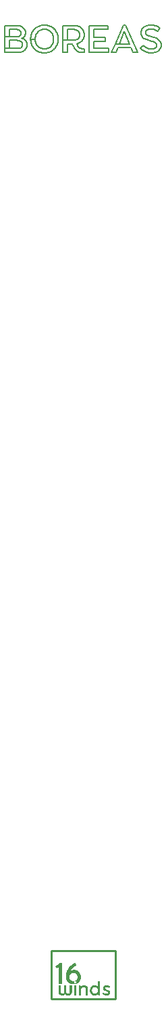
<source format=gbr>
%TF.GenerationSoftware,KiCad,Pcbnew,(6.0.10)*%
%TF.CreationDate,2023-01-27T16:58:14-08:00*%
%TF.ProjectId,Panel,50616e65-6c2e-46b6-9963-61645f706362,rev?*%
%TF.SameCoordinates,Original*%
%TF.FileFunction,Legend,Top*%
%TF.FilePolarity,Positive*%
%FSLAX46Y46*%
G04 Gerber Fmt 4.6, Leading zero omitted, Abs format (unit mm)*
G04 Created by KiCad (PCBNEW (6.0.10)) date 2023-01-27 16:58:14*
%MOMM*%
%LPD*%
G01*
G04 APERTURE LIST*
%ADD10C,0.000000*%
%ADD11C,0.215174*%
%ADD12C,0.200000*%
%ADD13C,0.150000*%
G04 APERTURE END LIST*
D10*
G36*
X57197351Y-159829143D02*
G01*
X56771173Y-159829143D01*
X56771173Y-157754219D01*
X56513817Y-157886552D01*
X56348400Y-157618230D01*
X56929154Y-157243349D01*
X57197351Y-157243349D01*
X57197351Y-159829143D01*
G37*
G36*
X58213544Y-159778145D02*
G01*
X58171748Y-159756944D01*
X58131385Y-159733721D01*
X58092493Y-159708515D01*
X58055112Y-159681367D01*
X58019281Y-159652316D01*
X57985041Y-159621403D01*
X57952431Y-159588666D01*
X57921490Y-159554147D01*
X57892258Y-159517886D01*
X57864776Y-159479921D01*
X57839081Y-159440293D01*
X57815214Y-159399041D01*
X57793215Y-159356207D01*
X57773123Y-159311829D01*
X57754978Y-159265947D01*
X57738819Y-159218603D01*
X57724686Y-159169834D01*
X57712619Y-159119682D01*
X57702657Y-159068186D01*
X57694840Y-159015386D01*
X57692506Y-158992986D01*
X58121856Y-158992986D01*
X58122445Y-159020596D01*
X58124202Y-159047576D01*
X58127106Y-159073910D01*
X58131141Y-159099581D01*
X58136288Y-159124573D01*
X58142529Y-159148871D01*
X58149846Y-159172458D01*
X58158220Y-159195318D01*
X58167634Y-159217434D01*
X58178069Y-159238791D01*
X58189507Y-159259373D01*
X58201930Y-159279162D01*
X58215319Y-159298144D01*
X58229657Y-159316302D01*
X58244925Y-159333620D01*
X58261106Y-159350081D01*
X58278180Y-159365670D01*
X58296130Y-159380370D01*
X58314938Y-159394165D01*
X58334584Y-159407039D01*
X58355053Y-159418977D01*
X58376324Y-159429961D01*
X58398379Y-159439975D01*
X58421202Y-159449004D01*
X58444773Y-159457031D01*
X58469074Y-159464041D01*
X58494087Y-159470016D01*
X58519795Y-159474941D01*
X58546177Y-159478800D01*
X58573218Y-159481576D01*
X58600898Y-159483254D01*
X58629198Y-159483817D01*
X58657505Y-159483233D01*
X58685190Y-159481495D01*
X58712235Y-159478624D01*
X58738623Y-159474639D01*
X58764334Y-159469560D01*
X58789351Y-159463409D01*
X58813656Y-159456205D01*
X58837230Y-159447967D01*
X58860056Y-159438718D01*
X58882115Y-159428476D01*
X58903389Y-159417261D01*
X58923859Y-159405095D01*
X58943508Y-159391998D01*
X58962318Y-159377988D01*
X58980269Y-159363088D01*
X58997345Y-159347316D01*
X59013527Y-159330693D01*
X59028796Y-159313240D01*
X59043135Y-159294976D01*
X59056526Y-159275922D01*
X59068949Y-159256098D01*
X59080388Y-159235524D01*
X59090823Y-159214220D01*
X59100237Y-159192207D01*
X59108612Y-159169505D01*
X59115929Y-159146133D01*
X59122170Y-159122113D01*
X59127317Y-159097464D01*
X59131352Y-159072206D01*
X59134257Y-159046361D01*
X59136013Y-159019947D01*
X59136603Y-158992986D01*
X59136013Y-158964009D01*
X59134257Y-158935696D01*
X59131352Y-158908063D01*
X59127317Y-158881127D01*
X59122170Y-158854905D01*
X59115929Y-158829414D01*
X59108612Y-158804670D01*
X59100237Y-158780690D01*
X59090823Y-158757492D01*
X59080388Y-158735091D01*
X59068949Y-158713506D01*
X59056526Y-158692751D01*
X59043135Y-158672846D01*
X59028796Y-158653805D01*
X59013527Y-158635647D01*
X58997345Y-158618387D01*
X58980269Y-158602043D01*
X58962318Y-158586632D01*
X58943508Y-158572170D01*
X58923859Y-158558674D01*
X58903389Y-158546161D01*
X58882115Y-158534648D01*
X58860056Y-158524151D01*
X58837230Y-158514689D01*
X58813656Y-158506276D01*
X58789351Y-158498930D01*
X58764334Y-158492669D01*
X58738623Y-158487508D01*
X58712235Y-158483465D01*
X58685190Y-158480556D01*
X58657505Y-158478798D01*
X58629198Y-158478208D01*
X58600898Y-158478814D01*
X58573218Y-158480617D01*
X58546177Y-158483597D01*
X58519795Y-158487735D01*
X58494087Y-158493011D01*
X58469074Y-158499405D01*
X58444773Y-158506898D01*
X58421202Y-158515468D01*
X58398379Y-158525097D01*
X58376324Y-158535765D01*
X58355053Y-158547451D01*
X58334584Y-158560136D01*
X58314938Y-158573800D01*
X58296130Y-158588423D01*
X58278180Y-158603985D01*
X58261106Y-158620466D01*
X58244925Y-158637847D01*
X58229657Y-158656108D01*
X58215319Y-158675228D01*
X58201930Y-158695188D01*
X58189507Y-158715968D01*
X58178069Y-158737549D01*
X58167634Y-158759909D01*
X58158220Y-158783030D01*
X58149846Y-158806891D01*
X58142529Y-158831473D01*
X58136288Y-158856756D01*
X58131141Y-158882719D01*
X58127106Y-158909344D01*
X58124202Y-158936610D01*
X58122445Y-158964497D01*
X58121856Y-158992986D01*
X57692506Y-158992986D01*
X57689207Y-158961322D01*
X57685798Y-158906033D01*
X57684653Y-158849561D01*
X57686035Y-158786207D01*
X57690149Y-158722989D01*
X57696953Y-158659967D01*
X57706404Y-158597202D01*
X57718457Y-158534755D01*
X57733069Y-158472686D01*
X57750196Y-158411056D01*
X57769794Y-158349925D01*
X57791821Y-158289353D01*
X57816232Y-158229403D01*
X57842984Y-158170133D01*
X57872033Y-158111605D01*
X57936847Y-157997015D01*
X58010327Y-157886119D01*
X58092122Y-157779400D01*
X58181884Y-157677343D01*
X58279264Y-157580432D01*
X58383913Y-157489153D01*
X58495482Y-157403989D01*
X58613622Y-157325426D01*
X58737983Y-157253947D01*
X58802388Y-157221016D01*
X58868217Y-157190037D01*
X59028152Y-157508016D01*
X58963128Y-157541228D01*
X58899789Y-157576711D01*
X58838227Y-157614364D01*
X58778534Y-157654088D01*
X58720802Y-157695783D01*
X58665121Y-157739350D01*
X58611584Y-157784687D01*
X58560282Y-157831696D01*
X58511307Y-157880277D01*
X58464750Y-157930329D01*
X58420704Y-157981753D01*
X58379260Y-158034448D01*
X58340509Y-158088316D01*
X58304544Y-158143255D01*
X58271455Y-158199167D01*
X58241336Y-158255951D01*
X58266033Y-158237147D01*
X58291824Y-158219322D01*
X58318639Y-158202508D01*
X58346407Y-158186738D01*
X58375059Y-158172044D01*
X58404525Y-158158458D01*
X58434734Y-158146013D01*
X58465616Y-158134740D01*
X58497102Y-158124673D01*
X58529121Y-158115843D01*
X58561603Y-158108283D01*
X58594478Y-158102025D01*
X58627677Y-158097101D01*
X58661128Y-158093545D01*
X58694763Y-158091387D01*
X58728510Y-158090660D01*
X58774602Y-158091745D01*
X58819793Y-158094971D01*
X58864047Y-158100294D01*
X58907328Y-158107669D01*
X58949597Y-158117053D01*
X58990818Y-158128402D01*
X59030955Y-158141672D01*
X59069970Y-158156819D01*
X59107826Y-158173799D01*
X59144487Y-158192567D01*
X59179915Y-158213081D01*
X59214074Y-158235295D01*
X59246926Y-158259166D01*
X59278435Y-158284651D01*
X59308564Y-158311704D01*
X59337276Y-158340282D01*
X59364533Y-158370341D01*
X59390300Y-158401837D01*
X59414539Y-158434727D01*
X59437213Y-158468965D01*
X59458285Y-158504508D01*
X59477719Y-158541312D01*
X59495477Y-158579334D01*
X59511523Y-158618529D01*
X59525819Y-158658852D01*
X59538329Y-158700261D01*
X59549015Y-158742711D01*
X59557841Y-158786158D01*
X59564771Y-158830559D01*
X59569766Y-158875868D01*
X59572790Y-158922043D01*
X59573806Y-158969039D01*
X59572683Y-159018532D01*
X59569342Y-159067027D01*
X59563826Y-159114486D01*
X59556177Y-159160873D01*
X59546436Y-159206148D01*
X59534647Y-159250276D01*
X59520852Y-159293217D01*
X59505092Y-159334935D01*
X59487411Y-159375392D01*
X59467850Y-159414549D01*
X59446452Y-159452371D01*
X59423259Y-159488819D01*
X59398314Y-159523855D01*
X59371658Y-159557442D01*
X59343334Y-159589543D01*
X59313385Y-159620119D01*
X59281852Y-159649134D01*
X59248778Y-159676549D01*
X59214205Y-159702326D01*
X59178175Y-159726430D01*
X59140731Y-159748821D01*
X59101915Y-159769462D01*
X59061769Y-159788316D01*
X59020336Y-159805344D01*
X58977658Y-159820511D01*
X58933777Y-159833777D01*
X58888735Y-159845105D01*
X58842575Y-159854458D01*
X58795339Y-159861798D01*
X58747069Y-159867087D01*
X58697808Y-159870288D01*
X58647598Y-159871363D01*
X58594699Y-159870159D01*
X58542875Y-159866574D01*
X58492166Y-159860647D01*
X58442612Y-159852418D01*
X58394251Y-159841927D01*
X58347125Y-159829214D01*
X58301272Y-159814320D01*
X58271786Y-159803042D01*
X58755818Y-159803042D01*
X59022005Y-159803042D01*
X59022005Y-159544033D01*
X58755818Y-159544033D01*
X58755818Y-159803042D01*
X58271786Y-159803042D01*
X58256731Y-159797283D01*
X58213544Y-159778145D01*
G37*
G36*
X60035724Y-160002960D02*
G01*
X60060212Y-160004841D01*
X60084200Y-160007950D01*
X60107669Y-160012261D01*
X60130598Y-160017753D01*
X60152965Y-160024401D01*
X60174751Y-160032184D01*
X60195935Y-160041078D01*
X60216496Y-160051060D01*
X60236414Y-160062106D01*
X60255667Y-160074194D01*
X60274237Y-160087301D01*
X60292101Y-160101404D01*
X60309240Y-160116479D01*
X60325632Y-160132504D01*
X60341257Y-160149455D01*
X60356095Y-160167309D01*
X60370125Y-160186043D01*
X60383326Y-160205635D01*
X60395678Y-160226061D01*
X60407160Y-160247298D01*
X60417752Y-160269323D01*
X60427433Y-160292112D01*
X60436182Y-160315644D01*
X60443979Y-160339894D01*
X60450803Y-160364840D01*
X60456634Y-160390459D01*
X60461451Y-160416727D01*
X60465233Y-160443621D01*
X60467960Y-160471119D01*
X60469611Y-160499197D01*
X60470166Y-160527833D01*
X60470166Y-161272801D01*
X60203978Y-161272801D01*
X60203978Y-160573385D01*
X60203632Y-160554682D01*
X60202601Y-160536364D01*
X60200898Y-160518447D01*
X60198535Y-160500942D01*
X60195522Y-160483865D01*
X60191873Y-160467228D01*
X60187599Y-160451045D01*
X60182711Y-160435330D01*
X60177223Y-160420097D01*
X60171144Y-160405358D01*
X60164489Y-160391128D01*
X60157268Y-160377421D01*
X60149493Y-160364249D01*
X60141176Y-160351626D01*
X60132329Y-160339567D01*
X60122964Y-160328085D01*
X60113093Y-160317193D01*
X60102728Y-160306905D01*
X60091879Y-160297234D01*
X60080561Y-160288195D01*
X60068784Y-160279801D01*
X60056559Y-160272065D01*
X60043900Y-160265001D01*
X60030818Y-160258623D01*
X60017324Y-160252944D01*
X60003431Y-160247979D01*
X59989151Y-160243740D01*
X59974495Y-160240241D01*
X59959475Y-160237496D01*
X59944104Y-160235518D01*
X59928392Y-160234321D01*
X59912353Y-160233919D01*
X59896265Y-160234321D01*
X59880413Y-160235519D01*
X59864814Y-160237498D01*
X59849487Y-160240248D01*
X59834450Y-160243753D01*
X59819721Y-160248002D01*
X59805317Y-160252982D01*
X59791258Y-160258679D01*
X59777560Y-160265081D01*
X59764242Y-160272175D01*
X59751322Y-160279947D01*
X59738819Y-160288384D01*
X59726749Y-160297475D01*
X59715132Y-160307205D01*
X59703984Y-160317563D01*
X59693325Y-160328534D01*
X59683172Y-160340105D01*
X59673543Y-160352265D01*
X59664457Y-160365000D01*
X59655931Y-160378297D01*
X59647984Y-160392143D01*
X59640632Y-160406524D01*
X59633896Y-160421429D01*
X59627792Y-160436844D01*
X59622338Y-160452757D01*
X59617553Y-160469153D01*
X59613455Y-160486021D01*
X59610061Y-160503347D01*
X59607390Y-160521118D01*
X59605460Y-160539322D01*
X59604289Y-160557945D01*
X59603895Y-160576974D01*
X59603895Y-161272801D01*
X59337705Y-161272801D01*
X59337705Y-160025164D01*
X59505612Y-160025164D01*
X59573938Y-160214671D01*
X59592619Y-160190348D01*
X59612638Y-160167325D01*
X59633953Y-160145640D01*
X59656526Y-160125330D01*
X59680315Y-160106431D01*
X59705281Y-160088982D01*
X59731382Y-160073018D01*
X59758580Y-160058577D01*
X59786832Y-160045696D01*
X59816099Y-160034413D01*
X59846341Y-160024763D01*
X59877517Y-160016785D01*
X59909587Y-160010515D01*
X59942511Y-160005991D01*
X59976248Y-160003249D01*
X60010758Y-160002327D01*
X60035724Y-160002960D01*
G37*
G36*
X59023243Y-161272801D02*
G01*
X58755818Y-161272801D01*
X58755818Y-160025164D01*
X59023243Y-160025164D01*
X59023243Y-161272801D01*
G37*
G36*
X62818870Y-160004193D02*
G01*
X62848458Y-160006064D01*
X62878181Y-160009154D01*
X62907967Y-160013441D01*
X62937744Y-160018902D01*
X62967440Y-160025513D01*
X62996983Y-160033253D01*
X63026302Y-160042099D01*
X63055324Y-160052028D01*
X63083977Y-160063016D01*
X63112190Y-160075042D01*
X63139890Y-160088083D01*
X63167006Y-160102115D01*
X63193466Y-160117116D01*
X63219198Y-160133064D01*
X63244131Y-160149935D01*
X63115833Y-160328673D01*
X63097863Y-160317739D01*
X63079517Y-160307433D01*
X63060840Y-160297767D01*
X63041877Y-160288751D01*
X63022675Y-160280394D01*
X63003279Y-160272709D01*
X62983734Y-160265706D01*
X62964087Y-160259394D01*
X62944382Y-160253786D01*
X62924665Y-160248891D01*
X62904983Y-160244719D01*
X62885380Y-160241283D01*
X62865902Y-160238591D01*
X62846594Y-160236656D01*
X62827503Y-160235487D01*
X62808674Y-160235095D01*
X62797867Y-160235277D01*
X62787279Y-160235817D01*
X62776917Y-160236711D01*
X62766791Y-160237951D01*
X62756908Y-160239531D01*
X62747277Y-160241445D01*
X62737905Y-160243686D01*
X62728801Y-160246248D01*
X62719972Y-160249125D01*
X62711428Y-160252310D01*
X62703176Y-160255797D01*
X62695224Y-160259579D01*
X62687580Y-160263650D01*
X62680254Y-160268004D01*
X62673252Y-160272635D01*
X62666583Y-160277535D01*
X62660255Y-160282700D01*
X62654276Y-160288121D01*
X62648654Y-160293793D01*
X62643398Y-160299710D01*
X62638516Y-160305865D01*
X62634015Y-160312252D01*
X62629905Y-160318864D01*
X62626192Y-160325695D01*
X62622886Y-160332739D01*
X62619994Y-160339990D01*
X62617525Y-160347440D01*
X62615486Y-160355084D01*
X62613887Y-160362915D01*
X62612734Y-160370927D01*
X62612036Y-160379113D01*
X62611802Y-160387468D01*
X62611935Y-160392159D01*
X62612335Y-160396786D01*
X62613001Y-160401350D01*
X62613931Y-160405850D01*
X62615124Y-160410285D01*
X62616581Y-160414656D01*
X62618300Y-160418962D01*
X62620280Y-160423203D01*
X62625020Y-160431491D01*
X62630794Y-160439516D01*
X62637595Y-160447277D01*
X62645416Y-160454773D01*
X62654251Y-160462002D01*
X62664091Y-160468963D01*
X62674931Y-160475654D01*
X62686764Y-160482072D01*
X62699581Y-160488218D01*
X62713377Y-160494088D01*
X62728144Y-160499681D01*
X62743876Y-160504997D01*
X62965873Y-160574623D01*
X63000511Y-160586756D01*
X63033321Y-160600621D01*
X63064248Y-160616151D01*
X63093235Y-160633280D01*
X63120226Y-160651941D01*
X63145165Y-160672068D01*
X63156848Y-160682660D01*
X63167996Y-160693593D01*
X63178603Y-160704860D01*
X63188662Y-160716451D01*
X63198166Y-160728359D01*
X63207107Y-160740575D01*
X63215479Y-160753090D01*
X63223275Y-160765897D01*
X63230488Y-160778987D01*
X63237110Y-160792351D01*
X63243135Y-160805983D01*
X63248556Y-160819872D01*
X63253365Y-160834011D01*
X63257556Y-160848391D01*
X63261121Y-160863005D01*
X63264054Y-160877843D01*
X63266347Y-160892898D01*
X63267994Y-160908161D01*
X63268987Y-160923623D01*
X63269320Y-160939277D01*
X63268775Y-160959088D01*
X63267150Y-160978463D01*
X63264464Y-160997391D01*
X63260733Y-161015858D01*
X63255973Y-161033853D01*
X63250203Y-161051361D01*
X63243440Y-161068371D01*
X63235699Y-161084870D01*
X63227000Y-161100846D01*
X63217358Y-161116284D01*
X63206790Y-161131173D01*
X63195315Y-161145500D01*
X63182949Y-161159252D01*
X63169708Y-161172417D01*
X63155611Y-161184981D01*
X63140674Y-161196933D01*
X63124915Y-161208258D01*
X63108349Y-161218945D01*
X63090996Y-161228981D01*
X63072871Y-161238354D01*
X63034376Y-161255055D01*
X62993000Y-161268948D01*
X62948881Y-161279931D01*
X62902156Y-161287902D01*
X62852960Y-161292760D01*
X62801432Y-161294401D01*
X62759629Y-161293219D01*
X62718020Y-161289721D01*
X62676768Y-161283984D01*
X62636036Y-161276084D01*
X62595987Y-161266095D01*
X62556784Y-161254094D01*
X62518591Y-161240157D01*
X62481570Y-161224358D01*
X62445886Y-161206773D01*
X62411701Y-161187478D01*
X62379178Y-161166549D01*
X62348480Y-161144061D01*
X62319771Y-161120090D01*
X62293214Y-161094712D01*
X62268972Y-161068001D01*
X62257771Y-161054170D01*
X62247209Y-161040034D01*
X62411589Y-160893726D01*
X62427393Y-160912424D01*
X62444608Y-160930260D01*
X62463128Y-160947187D01*
X62482845Y-160963158D01*
X62503652Y-160978125D01*
X62525442Y-160992040D01*
X62548108Y-161004855D01*
X62571543Y-161016524D01*
X62595639Y-161026998D01*
X62620289Y-161036230D01*
X62645386Y-161044172D01*
X62670823Y-161050777D01*
X62696494Y-161055997D01*
X62722289Y-161059785D01*
X62748104Y-161062092D01*
X62773830Y-161062872D01*
X62786746Y-161062721D01*
X62799379Y-161062273D01*
X62811721Y-161061533D01*
X62823764Y-161060504D01*
X62835499Y-161059192D01*
X62846917Y-161057602D01*
X62858011Y-161055739D01*
X62868772Y-161053607D01*
X62879192Y-161051212D01*
X62889263Y-161048558D01*
X62898975Y-161045650D01*
X62908321Y-161042493D01*
X62917293Y-161039091D01*
X62925881Y-161035451D01*
X62934078Y-161031575D01*
X62941876Y-161027470D01*
X62949266Y-161023140D01*
X62956239Y-161018591D01*
X62962788Y-161013826D01*
X62968903Y-161008850D01*
X62974578Y-161003670D01*
X62979803Y-160998289D01*
X62984569Y-160992712D01*
X62988870Y-160986944D01*
X62992695Y-160980990D01*
X62996038Y-160974855D01*
X62998889Y-160968543D01*
X63001241Y-160962061D01*
X63003084Y-160955411D01*
X63004412Y-160948600D01*
X63005214Y-160941632D01*
X63005483Y-160934511D01*
X63005266Y-160927676D01*
X63004619Y-160920901D01*
X63003548Y-160914190D01*
X63002059Y-160907546D01*
X63000158Y-160900972D01*
X62997851Y-160894472D01*
X62995143Y-160888050D01*
X62992041Y-160881709D01*
X62984677Y-160869284D01*
X62975806Y-160857226D01*
X62965477Y-160845562D01*
X62953736Y-160834320D01*
X62940630Y-160823529D01*
X62926208Y-160813216D01*
X62910516Y-160803409D01*
X62893603Y-160794137D01*
X62875515Y-160785428D01*
X62856300Y-160777308D01*
X62836005Y-160769808D01*
X62814677Y-160762954D01*
X62597444Y-160698154D01*
X62570134Y-160688849D01*
X62544027Y-160677631D01*
X62519200Y-160664585D01*
X62495731Y-160649795D01*
X62473695Y-160633346D01*
X62453171Y-160615321D01*
X62434235Y-160595806D01*
X62416965Y-160574885D01*
X62401438Y-160552643D01*
X62387730Y-160529164D01*
X62375920Y-160504532D01*
X62366084Y-160478833D01*
X62358300Y-160452150D01*
X62355201Y-160438466D01*
X62352644Y-160424568D01*
X62350639Y-160410466D01*
X62349194Y-160396171D01*
X62348320Y-160381694D01*
X62348027Y-160367045D01*
X62348551Y-160346791D01*
X62350111Y-160326980D01*
X62352688Y-160307624D01*
X62356266Y-160288737D01*
X62360825Y-160270331D01*
X62366349Y-160252420D01*
X62372819Y-160235017D01*
X62380216Y-160218135D01*
X62388524Y-160201788D01*
X62397724Y-160185988D01*
X62407799Y-160170749D01*
X62418729Y-160156084D01*
X62430498Y-160142005D01*
X62443087Y-160128527D01*
X62456478Y-160115662D01*
X62470654Y-160103424D01*
X62485596Y-160091826D01*
X62501287Y-160080880D01*
X62517708Y-160070600D01*
X62534842Y-160061000D01*
X62552671Y-160052092D01*
X62571176Y-160043889D01*
X62590339Y-160036405D01*
X62610144Y-160029653D01*
X62630571Y-160023646D01*
X62651602Y-160018397D01*
X62695409Y-160010227D01*
X62741418Y-160005248D01*
X62789488Y-160003565D01*
X62818870Y-160004193D01*
G37*
G36*
X57037570Y-160828928D02*
G01*
X57037845Y-160841636D01*
X57038665Y-160854108D01*
X57040018Y-160866334D01*
X57041892Y-160878301D01*
X57044276Y-160889998D01*
X57047158Y-160901416D01*
X57050527Y-160912543D01*
X57054372Y-160923368D01*
X57058680Y-160933880D01*
X57063442Y-160944068D01*
X57068644Y-160953921D01*
X57074277Y-160963428D01*
X57080327Y-160972579D01*
X57086785Y-160981361D01*
X57093638Y-160989765D01*
X57100875Y-160997779D01*
X57108485Y-161005392D01*
X57116456Y-161012594D01*
X57124776Y-161019373D01*
X57133435Y-161025718D01*
X57142421Y-161031619D01*
X57151722Y-161037064D01*
X57161328Y-161042043D01*
X57171225Y-161046544D01*
X57181404Y-161050557D01*
X57191853Y-161054070D01*
X57202560Y-161057073D01*
X57213514Y-161059555D01*
X57224703Y-161061504D01*
X57236116Y-161062910D01*
X57247741Y-161063761D01*
X57259568Y-161064048D01*
X57270303Y-161063842D01*
X57280894Y-161063229D01*
X57291330Y-161062217D01*
X57301602Y-161060816D01*
X57311699Y-161059031D01*
X57321610Y-161056873D01*
X57331326Y-161054349D01*
X57340835Y-161051467D01*
X57350128Y-161048235D01*
X57359195Y-161044661D01*
X57368025Y-161040754D01*
X57376607Y-161036521D01*
X57384932Y-161031972D01*
X57392989Y-161027113D01*
X57400768Y-161021953D01*
X57408258Y-161016501D01*
X57415450Y-161010764D01*
X57422332Y-161004750D01*
X57428895Y-160998468D01*
X57435128Y-160991926D01*
X57441022Y-160985131D01*
X57446564Y-160978093D01*
X57451746Y-160970818D01*
X57456557Y-160963316D01*
X57460987Y-160955595D01*
X57465025Y-160947662D01*
X57468662Y-160939525D01*
X57471886Y-160931194D01*
X57474687Y-160922675D01*
X57477055Y-160913978D01*
X57478981Y-160905110D01*
X57480453Y-160896079D01*
X57480453Y-160025164D01*
X57746642Y-160025164D01*
X57746642Y-160896079D01*
X57748217Y-160905110D01*
X57750231Y-160913978D01*
X57752675Y-160922675D01*
X57755537Y-160931194D01*
X57758807Y-160939525D01*
X57762476Y-160947662D01*
X57766533Y-160955595D01*
X57770967Y-160963316D01*
X57775769Y-160970818D01*
X57780927Y-160978093D01*
X57786432Y-160985131D01*
X57792274Y-160991926D01*
X57798441Y-160998468D01*
X57804924Y-161004750D01*
X57818797Y-161016501D01*
X57833809Y-161027113D01*
X57849878Y-161036521D01*
X57866922Y-161044661D01*
X57884858Y-161051467D01*
X57903603Y-161056873D01*
X57923076Y-161060816D01*
X57933060Y-161062217D01*
X57943194Y-161063229D01*
X57953469Y-161063842D01*
X57963874Y-161064048D01*
X57975817Y-161063758D01*
X57987558Y-161062896D01*
X57999085Y-161061474D01*
X58010388Y-161059504D01*
X58021454Y-161056997D01*
X58032272Y-161053964D01*
X58042830Y-161050418D01*
X58053117Y-161046370D01*
X58063120Y-161041832D01*
X58072829Y-161036815D01*
X58082231Y-161031331D01*
X58091315Y-161025392D01*
X58100070Y-161019009D01*
X58108483Y-161012194D01*
X58116543Y-161004959D01*
X58124239Y-160997315D01*
X58131558Y-160989274D01*
X58138490Y-160980847D01*
X58145022Y-160972047D01*
X58151143Y-160962884D01*
X58156841Y-160953371D01*
X58162105Y-160943519D01*
X58166922Y-160933340D01*
X58171282Y-160922846D01*
X58175173Y-160912047D01*
X58178582Y-160900956D01*
X58181499Y-160889585D01*
X58183912Y-160877945D01*
X58185809Y-160866047D01*
X58187178Y-160853904D01*
X58188008Y-160841527D01*
X58188287Y-160828928D01*
X58188287Y-160025164D01*
X58454538Y-160025164D01*
X58454538Y-160828928D01*
X58453980Y-160854538D01*
X58452317Y-160879623D01*
X58449572Y-160904165D01*
X58445765Y-160928144D01*
X58440915Y-160951541D01*
X58435045Y-160974338D01*
X58428174Y-160996516D01*
X58420323Y-161018056D01*
X58411512Y-161038938D01*
X58401763Y-161059145D01*
X58391096Y-161078656D01*
X58379531Y-161097454D01*
X58367089Y-161115519D01*
X58353791Y-161132833D01*
X58339657Y-161149376D01*
X58324708Y-161165129D01*
X58308965Y-161180074D01*
X58292447Y-161194192D01*
X58275177Y-161207464D01*
X58257173Y-161219871D01*
X58238457Y-161231394D01*
X58219050Y-161242014D01*
X58198972Y-161251713D01*
X58178244Y-161260470D01*
X58156886Y-161268269D01*
X58134918Y-161275088D01*
X58112362Y-161280911D01*
X58089239Y-161285717D01*
X58065568Y-161289488D01*
X58041370Y-161292205D01*
X58016666Y-161293849D01*
X57991477Y-161294401D01*
X57959979Y-161293581D01*
X57929010Y-161291153D01*
X57898673Y-161287171D01*
X57869075Y-161281689D01*
X57840321Y-161274758D01*
X57812517Y-161266431D01*
X57785768Y-161256762D01*
X57760180Y-161245803D01*
X57735858Y-161233606D01*
X57724205Y-161227060D01*
X57712908Y-161220225D01*
X57701981Y-161213106D01*
X57691436Y-161205711D01*
X57681286Y-161198047D01*
X57671546Y-161190119D01*
X57662228Y-161181935D01*
X57653345Y-161173501D01*
X57644910Y-161164823D01*
X57636938Y-161155909D01*
X57629440Y-161146765D01*
X57622430Y-161137397D01*
X57615921Y-161127812D01*
X57609927Y-161118016D01*
X57598057Y-161137397D01*
X57584104Y-161155909D01*
X57568179Y-161173501D01*
X57550392Y-161190119D01*
X57530854Y-161205711D01*
X57509675Y-161220225D01*
X57486966Y-161233606D01*
X57462838Y-161245803D01*
X57437400Y-161256762D01*
X57410764Y-161266431D01*
X57383040Y-161274758D01*
X57354338Y-161281689D01*
X57324769Y-161287171D01*
X57294443Y-161291153D01*
X57263472Y-161293581D01*
X57231965Y-161294401D01*
X57206788Y-161293846D01*
X57182109Y-161292192D01*
X57157948Y-161289460D01*
X57134325Y-161285669D01*
X57111259Y-161280838D01*
X57088770Y-161274988D01*
X57066878Y-161268137D01*
X57045602Y-161260305D01*
X57024963Y-161251512D01*
X57004980Y-161241777D01*
X56985673Y-161231120D01*
X56967061Y-161219561D01*
X56949165Y-161207118D01*
X56932003Y-161193812D01*
X56915597Y-161179662D01*
X56899965Y-161164688D01*
X56885128Y-161148909D01*
X56871104Y-161132344D01*
X56857915Y-161115014D01*
X56845579Y-161096937D01*
X56834116Y-161078134D01*
X56823547Y-161058623D01*
X56813891Y-161038425D01*
X56805167Y-161017559D01*
X56797395Y-160996045D01*
X56790596Y-160973901D01*
X56784788Y-160951148D01*
X56779992Y-160927806D01*
X56776228Y-160903893D01*
X56773514Y-160879429D01*
X56771872Y-160854434D01*
X56771320Y-160828928D01*
X56771320Y-160025164D01*
X57037570Y-160025164D01*
X57037570Y-160828928D01*
G37*
G36*
X60708276Y-160584571D02*
G01*
X60711742Y-160550463D01*
X60716550Y-160517114D01*
X60722675Y-160484552D01*
X60730089Y-160452806D01*
X60738767Y-160421903D01*
X60748683Y-160391870D01*
X60759812Y-160362736D01*
X60772127Y-160334529D01*
X60785603Y-160307276D01*
X60800214Y-160281006D01*
X60815934Y-160255745D01*
X60832736Y-160231522D01*
X60850596Y-160208365D01*
X60869487Y-160186302D01*
X60889384Y-160165360D01*
X60910260Y-160145568D01*
X60932089Y-160126952D01*
X60954847Y-160109542D01*
X60978506Y-160093364D01*
X61003042Y-160078447D01*
X61028427Y-160064819D01*
X61054637Y-160052507D01*
X61081645Y-160041539D01*
X61109426Y-160031943D01*
X61137954Y-160023747D01*
X61167202Y-160016979D01*
X61197146Y-160011666D01*
X61227758Y-160007837D01*
X61259014Y-160005519D01*
X61290887Y-160004741D01*
X61324301Y-160005634D01*
X61357007Y-160008293D01*
X61388974Y-160012684D01*
X61420171Y-160018774D01*
X61450565Y-160026529D01*
X61480126Y-160035916D01*
X61508822Y-160046901D01*
X61536621Y-160059451D01*
X61563491Y-160073534D01*
X61589402Y-160089114D01*
X61614321Y-160106160D01*
X61638217Y-160124637D01*
X61661058Y-160144513D01*
X61682814Y-160165754D01*
X61703451Y-160188326D01*
X61722940Y-160212196D01*
X61722940Y-159545209D01*
X61989128Y-159545209D01*
X61989128Y-161272801D01*
X61820046Y-161272801D01*
X61754070Y-161046160D01*
X61734647Y-161074653D01*
X61713749Y-161101638D01*
X61691419Y-161127070D01*
X61667703Y-161150903D01*
X61642644Y-161173091D01*
X61616285Y-161193589D01*
X61588671Y-161212351D01*
X61559845Y-161229332D01*
X61529851Y-161244486D01*
X61498734Y-161257767D01*
X61466537Y-161269130D01*
X61433303Y-161278530D01*
X61399078Y-161285920D01*
X61363904Y-161291255D01*
X61327826Y-161294489D01*
X61290887Y-161295577D01*
X61259014Y-161294809D01*
X61227758Y-161292523D01*
X61197146Y-161288746D01*
X61167202Y-161283507D01*
X61137954Y-161276833D01*
X61109426Y-161268751D01*
X61081645Y-161259289D01*
X61054637Y-161248474D01*
X61028427Y-161236335D01*
X61003042Y-161222899D01*
X60978506Y-161208193D01*
X60954847Y-161192244D01*
X60932089Y-161175082D01*
X60910260Y-161156733D01*
X60889384Y-161137224D01*
X60869487Y-161116584D01*
X60850596Y-161094840D01*
X60832736Y-161072019D01*
X60815934Y-161048149D01*
X60800214Y-161023259D01*
X60785603Y-160997374D01*
X60772127Y-160970524D01*
X60759812Y-160942735D01*
X60748683Y-160914035D01*
X60738767Y-160884451D01*
X60730089Y-160854012D01*
X60722675Y-160822745D01*
X60716550Y-160790678D01*
X60711742Y-160757838D01*
X60708276Y-160724252D01*
X60706177Y-160689948D01*
X60705472Y-160654955D01*
X60971721Y-160654955D01*
X60972172Y-160677033D01*
X60973512Y-160698705D01*
X60975724Y-160719952D01*
X60978792Y-160740754D01*
X60982697Y-160761092D01*
X60987422Y-160780947D01*
X60992950Y-160800300D01*
X60999263Y-160819130D01*
X61006345Y-160837419D01*
X61014177Y-160855148D01*
X61022743Y-160872296D01*
X61032025Y-160888845D01*
X61042006Y-160904776D01*
X61052668Y-160920068D01*
X61063994Y-160934703D01*
X61075967Y-160948661D01*
X61088569Y-160961923D01*
X61101783Y-160974470D01*
X61115592Y-160986282D01*
X61129978Y-160997339D01*
X61144925Y-161007624D01*
X61160413Y-161017115D01*
X61176427Y-161025795D01*
X61192949Y-161033643D01*
X61209962Y-161040640D01*
X61227448Y-161046766D01*
X61245389Y-161052004D01*
X61263769Y-161056332D01*
X61282571Y-161059733D01*
X61301776Y-161062185D01*
X61321367Y-161063671D01*
X61341328Y-161064171D01*
X61361954Y-161063671D01*
X61382198Y-161062185D01*
X61402040Y-161059733D01*
X61421463Y-161056332D01*
X61440449Y-161052004D01*
X61458981Y-161046766D01*
X61477041Y-161040640D01*
X61494610Y-161033643D01*
X61511671Y-161025795D01*
X61528207Y-161017115D01*
X61544199Y-161007624D01*
X61559630Y-160997339D01*
X61574481Y-160986282D01*
X61588736Y-160974470D01*
X61602376Y-160961923D01*
X61615383Y-160948661D01*
X61627740Y-160934703D01*
X61639429Y-160920068D01*
X61650431Y-160904776D01*
X61660730Y-160888845D01*
X61670307Y-160872296D01*
X61679145Y-160855148D01*
X61687226Y-160837419D01*
X61694532Y-160819130D01*
X61701044Y-160800300D01*
X61706747Y-160780947D01*
X61711620Y-160761092D01*
X61715648Y-160740754D01*
X61718812Y-160719952D01*
X61721093Y-160698705D01*
X61722475Y-160677033D01*
X61722940Y-160654955D01*
X61722475Y-160632321D01*
X61721093Y-160610108D01*
X61718812Y-160588334D01*
X61715648Y-160567020D01*
X61711620Y-160546185D01*
X61706747Y-160525848D01*
X61701044Y-160506029D01*
X61694532Y-160486748D01*
X61687226Y-160468024D01*
X61679145Y-160449877D01*
X61670307Y-160432326D01*
X61660730Y-160415392D01*
X61650431Y-160399092D01*
X61639429Y-160383448D01*
X61627740Y-160368478D01*
X61615383Y-160354202D01*
X61602376Y-160340639D01*
X61588736Y-160327810D01*
X61574481Y-160315734D01*
X61559630Y-160304430D01*
X61544199Y-160293918D01*
X61528207Y-160284218D01*
X61511671Y-160275348D01*
X61494610Y-160267330D01*
X61477041Y-160260181D01*
X61458981Y-160253922D01*
X61440449Y-160248572D01*
X61421463Y-160244151D01*
X61402040Y-160240679D01*
X61382198Y-160238174D01*
X61361954Y-160236657D01*
X61341328Y-160236147D01*
X61321367Y-160236657D01*
X61301776Y-160238174D01*
X61282571Y-160240679D01*
X61263769Y-160244151D01*
X61245389Y-160248572D01*
X61227448Y-160253922D01*
X61209962Y-160260181D01*
X61192949Y-160267330D01*
X61176427Y-160275348D01*
X61160413Y-160284218D01*
X61144925Y-160293918D01*
X61129978Y-160304430D01*
X61115592Y-160315734D01*
X61101783Y-160327810D01*
X61088569Y-160340639D01*
X61075967Y-160354202D01*
X61063994Y-160368478D01*
X61052668Y-160383448D01*
X61042006Y-160399092D01*
X61032025Y-160415392D01*
X61022743Y-160432326D01*
X61014177Y-160449877D01*
X61006345Y-160468024D01*
X60999263Y-160486748D01*
X60992950Y-160506029D01*
X60987422Y-160525848D01*
X60982697Y-160546185D01*
X60978792Y-160567020D01*
X60975724Y-160588334D01*
X60973512Y-160610108D01*
X60972172Y-160632321D01*
X60971721Y-160654955D01*
X60705472Y-160654955D01*
X60706177Y-160619411D01*
X60708276Y-160584571D01*
G37*
D11*
X55872009Y-161692017D02*
X55872009Y-155691983D01*
X55872009Y-161692017D02*
X55872009Y-161692017D01*
X63871991Y-161692017D02*
X55872009Y-161692017D01*
X63871991Y-161692017D02*
X63871991Y-161692017D01*
X63871991Y-155691983D02*
X63871991Y-161692017D01*
X63871991Y-155691983D02*
X63871991Y-155691983D01*
X55872009Y-155691983D02*
X63871991Y-155691983D01*
D12*
X63003825Y-40757761D02*
X61154216Y-40757761D01*
X61154216Y-41759358D01*
X62664521Y-41759358D01*
X62664521Y-42246567D01*
X61154216Y-42246567D01*
X61154216Y-43128695D01*
X63066051Y-43128695D01*
X63066051Y-43615903D01*
X60600059Y-43615903D01*
X60600059Y-40270553D01*
X63003825Y-40270553D01*
X63003825Y-40757761D01*
X65214566Y-40241870D02*
X66662799Y-43615903D01*
X66093938Y-43615903D01*
X65857415Y-43023297D01*
X64225133Y-43023297D01*
X63988610Y-43615903D01*
X63422229Y-43615903D01*
X63866136Y-42588409D01*
X64397262Y-42588409D01*
X65685287Y-42588409D01*
X65042436Y-40970693D01*
X64397262Y-42588409D01*
X63866136Y-42588409D01*
X64879907Y-40241870D01*
X65214566Y-40241870D01*
X53277576Y-41846512D02*
X53283704Y-41754042D01*
X53293828Y-41663503D01*
X53307874Y-41574968D01*
X53325768Y-41488512D01*
X53347435Y-41404211D01*
X53372802Y-41322139D01*
X53401796Y-41242370D01*
X53434342Y-41164979D01*
X53470367Y-41090041D01*
X53509797Y-41017631D01*
X53552558Y-40947823D01*
X53598576Y-40880692D01*
X53647777Y-40816313D01*
X53700088Y-40754761D01*
X53755434Y-40696109D01*
X53813742Y-40640434D01*
X53874939Y-40587809D01*
X53938949Y-40538309D01*
X54005700Y-40492009D01*
X54075117Y-40448984D01*
X54147127Y-40409309D01*
X54221656Y-40373057D01*
X54298630Y-40340304D01*
X54377975Y-40311125D01*
X54459618Y-40285594D01*
X54543484Y-40263786D01*
X54629500Y-40245775D01*
X54717592Y-40231637D01*
X54807685Y-40221445D01*
X54899707Y-40215276D01*
X54993584Y-40213203D01*
X55087688Y-40215276D01*
X55179951Y-40221445D01*
X55270297Y-40231637D01*
X55358651Y-40245775D01*
X55444939Y-40263786D01*
X55529084Y-40285594D01*
X55611013Y-40311125D01*
X55690648Y-40340304D01*
X55767917Y-40373057D01*
X55842743Y-40409309D01*
X55915051Y-40448984D01*
X55984766Y-40492009D01*
X56051812Y-40538309D01*
X56116116Y-40587809D01*
X56177601Y-40640434D01*
X56236193Y-40696109D01*
X56291815Y-40754761D01*
X56344394Y-40816313D01*
X56393854Y-40880692D01*
X56440120Y-40947823D01*
X56483116Y-41017631D01*
X56522768Y-41090041D01*
X56559000Y-41164979D01*
X56591737Y-41242370D01*
X56620904Y-41322139D01*
X56646426Y-41404211D01*
X56668228Y-41488512D01*
X56686235Y-41574968D01*
X56700370Y-41663503D01*
X56710560Y-41754042D01*
X56716730Y-41846512D01*
X56718803Y-41940837D01*
X56716729Y-42035379D01*
X56710559Y-42128053D01*
X56700366Y-42218784D01*
X56686225Y-42307497D01*
X56668210Y-42394119D01*
X56646395Y-42478574D01*
X56620854Y-42560790D01*
X56591663Y-42640690D01*
X56558894Y-42718202D01*
X56522622Y-42793251D01*
X56482922Y-42865763D01*
X56439868Y-42935663D01*
X56393534Y-43002878D01*
X56343995Y-43067332D01*
X56291324Y-43128952D01*
X56235597Y-43187663D01*
X56176886Y-43243391D01*
X56115267Y-43296063D01*
X56050814Y-43345602D01*
X55983602Y-43391936D01*
X55913703Y-43434991D01*
X55841194Y-43474690D01*
X55766147Y-43510962D01*
X55688637Y-43543731D01*
X55608739Y-43572922D01*
X55526527Y-43598463D01*
X55442075Y-43620278D01*
X55355457Y-43638293D01*
X55266749Y-43652434D01*
X55176022Y-43662626D01*
X55083354Y-43668796D01*
X54988817Y-43670870D01*
X54895373Y-43668790D01*
X54803757Y-43662600D01*
X54714043Y-43652376D01*
X54626306Y-43638194D01*
X54540620Y-43620129D01*
X54457061Y-43598257D01*
X54375702Y-43572653D01*
X54296619Y-43543393D01*
X54219886Y-43510553D01*
X54145578Y-43474207D01*
X54073770Y-43434432D01*
X54004536Y-43391304D01*
X53937951Y-43344897D01*
X53874090Y-43295288D01*
X53813027Y-43242551D01*
X53754838Y-43186763D01*
X53699597Y-43128000D01*
X53647378Y-43066336D01*
X53598256Y-43001847D01*
X53552306Y-42934609D01*
X53509603Y-42864698D01*
X53470222Y-42792188D01*
X53434236Y-42717157D01*
X53401722Y-42639678D01*
X53372752Y-42559829D01*
X53347403Y-42477683D01*
X53325749Y-42393318D01*
X53307865Y-42306808D01*
X53293825Y-42218230D01*
X53283703Y-42127658D01*
X53277576Y-42035168D01*
X53275934Y-41959954D01*
X53841591Y-41959954D01*
X53842996Y-42025239D01*
X53847175Y-42089306D01*
X53854073Y-42152099D01*
X53863633Y-42213562D01*
X53875802Y-42273637D01*
X53890524Y-42332271D01*
X53907744Y-42389406D01*
X53927407Y-42444986D01*
X53949458Y-42498956D01*
X53973841Y-42551259D01*
X54000502Y-42601840D01*
X54029385Y-42650642D01*
X54060435Y-42697610D01*
X54093597Y-42742687D01*
X54128816Y-42785818D01*
X54166037Y-42826945D01*
X54205204Y-42866015D01*
X54246263Y-42902969D01*
X54289158Y-42937753D01*
X54333835Y-42970311D01*
X54380237Y-43000585D01*
X54428311Y-43028521D01*
X54478000Y-43054062D01*
X54529250Y-43077153D01*
X54582005Y-43097737D01*
X54636211Y-43115757D01*
X54691812Y-43131160D01*
X54748753Y-43143887D01*
X54806979Y-43153884D01*
X54866435Y-43161093D01*
X54927066Y-43165460D01*
X54988817Y-43166928D01*
X55051658Y-43165453D01*
X55113326Y-43161065D01*
X55173765Y-43153818D01*
X55232923Y-43143770D01*
X55290746Y-43130975D01*
X55347179Y-43115489D01*
X55402169Y-43097367D01*
X55455662Y-43076666D01*
X55507605Y-43053441D01*
X55557942Y-43027746D01*
X55606621Y-42999639D01*
X55653588Y-42969174D01*
X55698788Y-42936407D01*
X55742169Y-42901394D01*
X55783675Y-42864191D01*
X55823254Y-42824852D01*
X55860851Y-42783433D01*
X55896413Y-42739991D01*
X55929885Y-42694580D01*
X55961215Y-42647256D01*
X55990347Y-42598075D01*
X56017229Y-42547092D01*
X56041806Y-42494364D01*
X56064024Y-42439944D01*
X56083831Y-42383890D01*
X56101171Y-42326257D01*
X56115991Y-42267099D01*
X56128237Y-42206474D01*
X56137856Y-42144436D01*
X56144793Y-42081041D01*
X56148995Y-42016345D01*
X56150407Y-41950403D01*
X56149001Y-41883569D01*
X56144820Y-41817997D01*
X56137916Y-41753742D01*
X56128344Y-41690861D01*
X56116156Y-41629410D01*
X56101406Y-41569445D01*
X56084148Y-41511024D01*
X56064434Y-41454202D01*
X56042318Y-41399036D01*
X56017854Y-41345583D01*
X55991095Y-41293898D01*
X55962095Y-41244039D01*
X55930906Y-41196062D01*
X55897582Y-41150023D01*
X55862177Y-41105979D01*
X55824744Y-41063986D01*
X55785336Y-41024101D01*
X55744007Y-40986380D01*
X55700811Y-40950879D01*
X55655800Y-40917655D01*
X55609028Y-40886765D01*
X55560548Y-40858265D01*
X55510414Y-40832211D01*
X55458679Y-40808660D01*
X55405398Y-40787668D01*
X55350622Y-40769292D01*
X55294405Y-40753589D01*
X55236802Y-40740613D01*
X55177864Y-40730423D01*
X55117647Y-40723075D01*
X55056202Y-40718624D01*
X54993584Y-40717128D01*
X54931821Y-40718631D01*
X54871152Y-40723103D01*
X54811633Y-40730489D01*
X54753320Y-40740730D01*
X54696272Y-40753773D01*
X54640544Y-40769561D01*
X54586195Y-40788037D01*
X54533279Y-40809147D01*
X54481855Y-40832833D01*
X54431980Y-40859040D01*
X54383709Y-40887711D01*
X54337101Y-40918792D01*
X54292212Y-40952225D01*
X54249098Y-40987954D01*
X54207818Y-41025925D01*
X54168427Y-41066080D01*
X54130982Y-41108363D01*
X54095541Y-41152720D01*
X54062161Y-41199092D01*
X54030898Y-41247426D01*
X54001808Y-41297663D01*
X53974950Y-41349750D01*
X53950380Y-41403628D01*
X53928155Y-41459244D01*
X53908331Y-41516539D01*
X53890966Y-41575459D01*
X53876116Y-41635947D01*
X53863839Y-41697948D01*
X53854191Y-41761405D01*
X53847229Y-41826262D01*
X53843010Y-41892464D01*
X53841591Y-41959954D01*
X53275934Y-41959954D01*
X53275517Y-41940837D01*
X53277576Y-41846512D01*
X58726457Y-40270553D02*
X58796747Y-40271890D01*
X58865545Y-40275869D01*
X58932802Y-40282450D01*
X58998470Y-40291587D01*
X59062500Y-40303239D01*
X59124844Y-40317362D01*
X59185454Y-40333912D01*
X59244279Y-40352847D01*
X59301274Y-40374123D01*
X59356388Y-40397697D01*
X59409574Y-40423526D01*
X59460782Y-40451566D01*
X59509965Y-40481776D01*
X59557075Y-40514110D01*
X59602061Y-40548527D01*
X59644877Y-40584982D01*
X59685473Y-40623434D01*
X59723802Y-40663837D01*
X59759814Y-40706151D01*
X59793461Y-40750330D01*
X59824695Y-40796332D01*
X59853468Y-40844114D01*
X59879730Y-40893633D01*
X59903433Y-40944845D01*
X59924530Y-40997707D01*
X59942971Y-41052176D01*
X59958707Y-41108209D01*
X59971692Y-41165762D01*
X59981875Y-41224793D01*
X59989208Y-41285258D01*
X59993644Y-41347114D01*
X59995134Y-41410318D01*
X59994061Y-41462105D01*
X59990864Y-41513024D01*
X59985574Y-41563049D01*
X59978220Y-41612156D01*
X59968833Y-41660318D01*
X59957444Y-41707510D01*
X59944083Y-41753705D01*
X59928781Y-41798878D01*
X59911568Y-41843004D01*
X59892476Y-41886056D01*
X59871534Y-41928008D01*
X59848773Y-41968835D01*
X59824224Y-42008512D01*
X59797917Y-42047012D01*
X59769883Y-42084310D01*
X59740152Y-42120380D01*
X59708755Y-42155196D01*
X59675722Y-42188732D01*
X59641085Y-42220963D01*
X59604873Y-42251863D01*
X59567117Y-42281406D01*
X59527847Y-42309567D01*
X59487095Y-42336319D01*
X59444891Y-42361637D01*
X59401265Y-42385496D01*
X59356247Y-42407868D01*
X59309870Y-42428730D01*
X59262162Y-42448054D01*
X59213154Y-42465815D01*
X59162878Y-42481988D01*
X59111363Y-42496547D01*
X59058641Y-42509465D01*
X59178138Y-42750910D01*
X59205627Y-42803095D01*
X59234396Y-42851213D01*
X59264608Y-42895345D01*
X59296429Y-42935573D01*
X59330024Y-42971975D01*
X59365558Y-43004633D01*
X59403197Y-43033628D01*
X59443104Y-43059040D01*
X59485446Y-43080950D01*
X59530388Y-43099439D01*
X59578094Y-43114586D01*
X59628729Y-43126473D01*
X59682459Y-43135180D01*
X59739449Y-43140788D01*
X59799864Y-43143377D01*
X59863868Y-43143029D01*
X60035842Y-43138245D01*
X60035842Y-43625454D01*
X59875789Y-43630236D01*
X59825212Y-43631162D01*
X59775615Y-43630800D01*
X59727000Y-43629154D01*
X59679367Y-43626224D01*
X59632717Y-43622011D01*
X59587051Y-43616517D01*
X59542369Y-43609742D01*
X59498674Y-43601689D01*
X59455965Y-43592358D01*
X59414243Y-43581751D01*
X59373510Y-43569869D01*
X59333766Y-43556713D01*
X59295012Y-43542284D01*
X59257249Y-43526584D01*
X59220478Y-43509614D01*
X59184700Y-43491375D01*
X59149915Y-43471869D01*
X59116124Y-43451096D01*
X59083329Y-43429058D01*
X59051531Y-43405756D01*
X59020729Y-43381192D01*
X58990926Y-43355367D01*
X58962121Y-43328281D01*
X58934316Y-43299937D01*
X58907512Y-43270335D01*
X58881709Y-43239477D01*
X58856909Y-43207364D01*
X58833112Y-43173998D01*
X58810319Y-43139378D01*
X58788531Y-43103508D01*
X58767749Y-43066387D01*
X58747974Y-43028018D01*
X58506498Y-42552466D01*
X57880208Y-42550067D01*
X57880208Y-43615903D01*
X57326207Y-43615903D01*
X57326207Y-42062859D01*
X57880208Y-42062859D01*
X58697667Y-42062859D01*
X58738668Y-42062113D01*
X58778734Y-42059890D01*
X58817841Y-42056210D01*
X58855966Y-42051094D01*
X58893083Y-42044564D01*
X58929170Y-42036640D01*
X58964202Y-42027344D01*
X58998154Y-42016696D01*
X59031004Y-42004718D01*
X59062726Y-41991430D01*
X59093297Y-41976854D01*
X59122693Y-41961010D01*
X59150889Y-41943920D01*
X59177862Y-41925604D01*
X59203588Y-41906084D01*
X59228042Y-41885380D01*
X59251200Y-41863514D01*
X59273039Y-41840507D01*
X59293533Y-41816379D01*
X59312660Y-41791151D01*
X59330395Y-41764846D01*
X59346715Y-41737483D01*
X59361594Y-41709083D01*
X59375009Y-41679668D01*
X59386936Y-41649259D01*
X59397351Y-41617877D01*
X59406229Y-41585542D01*
X59413548Y-41552276D01*
X59419282Y-41518099D01*
X59423407Y-41483033D01*
X59425900Y-41447099D01*
X59426736Y-41410318D01*
X59425866Y-41374586D01*
X59423276Y-41339569D01*
X59418997Y-41305293D01*
X59413059Y-41271786D01*
X59405493Y-41239076D01*
X59396329Y-41207189D01*
X59385599Y-41176155D01*
X59373333Y-41146000D01*
X59359561Y-41116752D01*
X59344314Y-41088438D01*
X59327622Y-41061086D01*
X59309517Y-41034724D01*
X59290029Y-41009379D01*
X59269188Y-40985079D01*
X59247025Y-40961851D01*
X59223571Y-40939723D01*
X59198856Y-40918723D01*
X59172912Y-40898877D01*
X59145767Y-40880214D01*
X59117454Y-40862762D01*
X59088003Y-40846547D01*
X59057444Y-40831597D01*
X59025808Y-40817941D01*
X58993125Y-40805604D01*
X58959427Y-40794616D01*
X58924743Y-40785004D01*
X58889105Y-40776795D01*
X58852543Y-40770016D01*
X58815088Y-40764696D01*
X58776769Y-40760862D01*
X58737619Y-40758541D01*
X58697667Y-40757761D01*
X57880208Y-40757761D01*
X57880208Y-42062859D01*
X57326207Y-42062859D01*
X57326207Y-40270553D01*
X58726457Y-40270553D01*
X68428384Y-40210161D02*
X68509356Y-40215295D01*
X68590160Y-40223690D01*
X68670488Y-40235213D01*
X68750031Y-40249730D01*
X68828481Y-40267109D01*
X68905530Y-40287217D01*
X68980868Y-40309921D01*
X69054187Y-40335087D01*
X69125179Y-40362584D01*
X69193534Y-40392278D01*
X69258945Y-40424037D01*
X69321102Y-40457727D01*
X69379697Y-40493215D01*
X69434422Y-40530368D01*
X69484967Y-40569054D01*
X69210214Y-40970476D01*
X69165565Y-40940213D01*
X69118648Y-40911318D01*
X69069664Y-40883873D01*
X69018811Y-40857958D01*
X68966290Y-40833653D01*
X68912299Y-40811040D01*
X68857039Y-40790198D01*
X68800708Y-40771209D01*
X68743507Y-40754152D01*
X68685635Y-40739108D01*
X68627291Y-40726158D01*
X68568675Y-40715382D01*
X68509987Y-40706860D01*
X68451426Y-40700674D01*
X68393191Y-40696903D01*
X68335483Y-40695628D01*
X68297895Y-40696075D01*
X68261328Y-40697410D01*
X68225792Y-40699625D01*
X68191299Y-40702713D01*
X68157859Y-40706666D01*
X68125486Y-40711476D01*
X68094188Y-40717134D01*
X68063979Y-40723634D01*
X68034870Y-40730967D01*
X68006871Y-40739125D01*
X67979995Y-40748101D01*
X67954252Y-40757887D01*
X67929654Y-40768474D01*
X67906213Y-40779855D01*
X67883939Y-40792022D01*
X67862844Y-40804967D01*
X67842940Y-40818682D01*
X67824237Y-40833160D01*
X67806748Y-40848392D01*
X67790483Y-40864371D01*
X67775454Y-40881089D01*
X67761672Y-40898538D01*
X67749149Y-40916709D01*
X67737896Y-40935596D01*
X67727924Y-40955190D01*
X67719245Y-40975484D01*
X67711870Y-40996469D01*
X67705810Y-41018138D01*
X67701077Y-41040482D01*
X67697683Y-41063495D01*
X67695637Y-41087167D01*
X67694953Y-41111492D01*
X67695443Y-41130634D01*
X67696909Y-41149518D01*
X67699349Y-41168141D01*
X67702759Y-41186495D01*
X67707136Y-41204576D01*
X67712475Y-41222380D01*
X67718773Y-41239899D01*
X67726028Y-41257130D01*
X67734234Y-41274067D01*
X67743390Y-41290705D01*
X67764533Y-41323061D01*
X67789430Y-41354157D01*
X67818051Y-41383951D01*
X67850370Y-41412401D01*
X67886357Y-41439464D01*
X67925985Y-41465098D01*
X67969225Y-41489263D01*
X68016050Y-41511914D01*
X68066431Y-41533011D01*
X68120340Y-41552512D01*
X68177749Y-41570373D01*
X68744289Y-41735289D01*
X68849731Y-41768210D01*
X68949127Y-41804286D01*
X69042372Y-41843590D01*
X69129362Y-41886196D01*
X69209992Y-41932177D01*
X69247889Y-41956457D01*
X69284157Y-41981607D01*
X69318784Y-42007638D01*
X69351755Y-42034559D01*
X69383058Y-42062379D01*
X69412680Y-42091107D01*
X69440607Y-42120752D01*
X69466828Y-42151323D01*
X69491328Y-42182830D01*
X69514094Y-42215283D01*
X69535115Y-42248689D01*
X69554375Y-42283058D01*
X69571864Y-42318400D01*
X69587567Y-42354723D01*
X69601471Y-42392037D01*
X69613564Y-42430351D01*
X69623832Y-42469674D01*
X69632262Y-42510015D01*
X69638842Y-42551384D01*
X69643557Y-42593790D01*
X69646396Y-42637242D01*
X69647346Y-42681748D01*
X69645795Y-42736947D01*
X69641182Y-42790945D01*
X69633565Y-42843707D01*
X69623003Y-42895197D01*
X69609553Y-42945378D01*
X69593276Y-42994215D01*
X69574229Y-43041670D01*
X69552470Y-43087709D01*
X69528059Y-43132293D01*
X69501054Y-43175388D01*
X69471513Y-43216957D01*
X69439494Y-43256964D01*
X69405058Y-43295373D01*
X69368261Y-43332147D01*
X69329163Y-43367250D01*
X69287821Y-43400646D01*
X69244295Y-43432298D01*
X69198644Y-43462171D01*
X69150925Y-43490228D01*
X69101196Y-43516434D01*
X68995948Y-43563143D01*
X68883366Y-43602010D01*
X68763919Y-43632745D01*
X68638076Y-43655056D01*
X68506304Y-43668656D01*
X68369071Y-43673254D01*
X68266360Y-43670380D01*
X68165391Y-43661905D01*
X68066331Y-43648049D01*
X67969348Y-43629032D01*
X67874611Y-43605076D01*
X67782285Y-43576399D01*
X67692539Y-43543222D01*
X67605541Y-43505767D01*
X67521458Y-43464252D01*
X67440457Y-43418898D01*
X67362707Y-43369926D01*
X67288374Y-43317555D01*
X67217627Y-43262007D01*
X67150632Y-43203501D01*
X67087558Y-43142257D01*
X67028571Y-43078496D01*
X67394037Y-42724765D01*
X67446325Y-42778785D01*
X67500981Y-42829675D01*
X67557846Y-42877386D01*
X67616763Y-42921869D01*
X67677574Y-42963076D01*
X67740120Y-43000956D01*
X67804245Y-43035461D01*
X67869790Y-43066542D01*
X67936598Y-43094151D01*
X68004510Y-43118237D01*
X68073369Y-43138752D01*
X68143018Y-43155647D01*
X68213297Y-43168873D01*
X68284050Y-43178381D01*
X68355119Y-43184121D01*
X68426345Y-43186046D01*
X68461447Y-43185530D01*
X68495916Y-43183993D01*
X68529719Y-43181449D01*
X68562825Y-43177914D01*
X68595203Y-43173402D01*
X68626822Y-43167928D01*
X68657648Y-43161507D01*
X68687652Y-43154153D01*
X68716802Y-43145883D01*
X68745066Y-43136710D01*
X68772412Y-43126649D01*
X68798810Y-43115716D01*
X68824227Y-43103925D01*
X68848632Y-43091292D01*
X68871993Y-43077830D01*
X68894280Y-43063555D01*
X68915460Y-43048482D01*
X68935502Y-43032625D01*
X68954374Y-43016000D01*
X68972046Y-42998622D01*
X68988485Y-42980504D01*
X69003659Y-42961663D01*
X69017538Y-42942113D01*
X69030090Y-42921869D01*
X69041283Y-42900946D01*
X69051087Y-42879358D01*
X69059468Y-42857121D01*
X69066396Y-42834250D01*
X69071840Y-42810758D01*
X69075767Y-42786662D01*
X69078146Y-42761976D01*
X69078946Y-42736715D01*
X69078338Y-42713263D01*
X69076517Y-42690400D01*
X69073489Y-42668116D01*
X69069260Y-42646397D01*
X69063838Y-42625231D01*
X69057227Y-42604606D01*
X69049435Y-42584510D01*
X69040466Y-42564930D01*
X69030328Y-42545854D01*
X69019027Y-42527271D01*
X69006569Y-42509167D01*
X68992959Y-42491530D01*
X68962312Y-42457610D01*
X68927135Y-42425413D01*
X68887478Y-42394840D01*
X68843389Y-42365794D01*
X68794919Y-42338177D01*
X68742116Y-42311890D01*
X68685031Y-42286835D01*
X68623712Y-42262915D01*
X68558209Y-42240031D01*
X68488572Y-42218085D01*
X67835967Y-42022087D01*
X67752800Y-41994460D01*
X67674469Y-41962738D01*
X67601048Y-41927024D01*
X67532609Y-41887424D01*
X67500281Y-41866199D01*
X67469226Y-41844043D01*
X67439453Y-41820967D01*
X67410971Y-41796986D01*
X67383790Y-41772112D01*
X67357918Y-41746358D01*
X67333365Y-41719738D01*
X67310139Y-41692264D01*
X67288251Y-41663950D01*
X67267708Y-41634809D01*
X67248521Y-41604854D01*
X67230698Y-41574098D01*
X67214248Y-41542555D01*
X67199181Y-41510237D01*
X67185505Y-41477157D01*
X67173230Y-41443329D01*
X67162366Y-41408766D01*
X67152920Y-41373481D01*
X67144902Y-41337487D01*
X67138322Y-41300797D01*
X67133188Y-41263424D01*
X67129509Y-41225382D01*
X67127296Y-41186683D01*
X67126556Y-41147341D01*
X67127949Y-41094398D01*
X67132102Y-41042677D01*
X67138976Y-40992207D01*
X67148533Y-40943019D01*
X67160734Y-40895143D01*
X67175539Y-40848608D01*
X67192910Y-40803447D01*
X67212809Y-40759687D01*
X67235196Y-40717360D01*
X67260032Y-40676495D01*
X67287279Y-40637123D01*
X67316898Y-40599273D01*
X67348849Y-40562977D01*
X67383095Y-40528263D01*
X67419596Y-40495162D01*
X67458314Y-40463705D01*
X67499209Y-40433920D01*
X67542244Y-40405839D01*
X67587378Y-40379492D01*
X67634573Y-40354908D01*
X67683791Y-40332118D01*
X67734992Y-40311151D01*
X67843190Y-40274810D01*
X67958855Y-40246126D01*
X68081679Y-40225338D01*
X68211348Y-40212689D01*
X68347554Y-40208420D01*
X68428384Y-40210161D01*
X51506987Y-40270553D02*
X51571404Y-40271576D01*
X51634235Y-40274623D01*
X51695450Y-40279661D01*
X51755018Y-40286656D01*
X51812911Y-40295575D01*
X51869097Y-40306386D01*
X51923547Y-40319054D01*
X51976230Y-40333548D01*
X52027116Y-40349833D01*
X52076176Y-40367876D01*
X52123379Y-40387645D01*
X52168695Y-40409105D01*
X52212093Y-40432225D01*
X52253545Y-40456971D01*
X52293019Y-40483309D01*
X52330486Y-40511206D01*
X52365915Y-40540630D01*
X52399277Y-40571547D01*
X52430541Y-40603924D01*
X52459678Y-40637727D01*
X52486656Y-40672924D01*
X52511446Y-40709481D01*
X52534018Y-40747365D01*
X52554342Y-40786544D01*
X52572388Y-40826983D01*
X52588126Y-40868650D01*
X52601524Y-40911511D01*
X52612554Y-40955534D01*
X52621186Y-41000685D01*
X52627388Y-41046931D01*
X52631132Y-41094238D01*
X52632386Y-41142574D01*
X52631842Y-41173092D01*
X52630217Y-41203241D01*
X52627521Y-41233000D01*
X52623765Y-41262350D01*
X52618960Y-41291271D01*
X52613115Y-41319744D01*
X52606241Y-41347748D01*
X52598350Y-41375264D01*
X52589451Y-41402273D01*
X52579554Y-41428754D01*
X52568671Y-41454689D01*
X52556812Y-41480056D01*
X52543987Y-41504837D01*
X52530207Y-41529012D01*
X52515483Y-41552562D01*
X52499824Y-41575465D01*
X52483242Y-41597704D01*
X52465747Y-41619258D01*
X52447349Y-41640107D01*
X52428058Y-41660232D01*
X52407887Y-41679613D01*
X52386844Y-41698230D01*
X52364940Y-41716064D01*
X52342186Y-41733095D01*
X52318593Y-41749303D01*
X52294171Y-41764669D01*
X52268930Y-41779173D01*
X52242881Y-41792795D01*
X52216034Y-41805515D01*
X52188400Y-41817314D01*
X52159989Y-41828172D01*
X52130813Y-41838070D01*
X52169575Y-41846797D01*
X52207460Y-41856832D01*
X52244445Y-41868152D01*
X52280506Y-41880734D01*
X52315621Y-41894555D01*
X52349765Y-41909593D01*
X52382916Y-41925825D01*
X52415051Y-41943228D01*
X52446147Y-41961779D01*
X52476180Y-41981456D01*
X52505127Y-42002236D01*
X52532965Y-42024096D01*
X52559671Y-42047013D01*
X52585222Y-42070965D01*
X52609594Y-42095929D01*
X52632765Y-42121881D01*
X52654711Y-42148800D01*
X52675409Y-42176663D01*
X52694835Y-42205446D01*
X52712968Y-42235128D01*
X52729783Y-42265684D01*
X52745257Y-42297094D01*
X52759368Y-42329332D01*
X52772092Y-42362378D01*
X52783405Y-42396208D01*
X52793286Y-42430800D01*
X52801709Y-42466130D01*
X52808653Y-42502176D01*
X52814095Y-42538916D01*
X52818010Y-42576326D01*
X52820376Y-42614383D01*
X52821170Y-42653065D01*
X52819798Y-42705869D01*
X52815704Y-42757609D01*
X52808926Y-42808244D01*
X52799500Y-42857736D01*
X52787462Y-42906043D01*
X52772847Y-42953126D01*
X52755693Y-42998944D01*
X52736036Y-43043458D01*
X52713911Y-43086626D01*
X52689355Y-43128409D01*
X52662404Y-43168767D01*
X52633095Y-43207660D01*
X52601463Y-43245047D01*
X52567545Y-43280888D01*
X52531378Y-43315143D01*
X52492996Y-43347772D01*
X52452437Y-43378735D01*
X52409737Y-43407991D01*
X52364932Y-43435500D01*
X52318058Y-43461223D01*
X52269151Y-43485119D01*
X52218248Y-43507147D01*
X52165384Y-43527269D01*
X52110597Y-43545442D01*
X52053922Y-43561628D01*
X51995396Y-43575787D01*
X51872934Y-43597859D01*
X51743500Y-43611338D01*
X51607385Y-43615903D01*
X50023072Y-43615903D01*
X50023072Y-43128695D01*
X50577196Y-43128695D01*
X51631269Y-43128695D01*
X51666698Y-43128137D01*
X51701270Y-43126470D01*
X51734967Y-43123708D01*
X51767771Y-43119862D01*
X51799664Y-43114945D01*
X51830630Y-43108969D01*
X51860650Y-43101946D01*
X51889707Y-43093888D01*
X51917784Y-43084808D01*
X51944863Y-43074718D01*
X51970927Y-43063630D01*
X51995957Y-43051557D01*
X52019938Y-43038510D01*
X52042850Y-43024502D01*
X52064678Y-43009546D01*
X52085402Y-42993652D01*
X52105006Y-42976835D01*
X52123472Y-42959106D01*
X52140782Y-42940477D01*
X52156920Y-42920960D01*
X52171867Y-42900568D01*
X52185606Y-42879314D01*
X52198120Y-42857208D01*
X52209391Y-42834264D01*
X52219402Y-42810494D01*
X52228134Y-42785910D01*
X52235571Y-42760524D01*
X52241695Y-42734349D01*
X52246489Y-42707396D01*
X52249935Y-42679679D01*
X52252015Y-42651209D01*
X52252712Y-42621999D01*
X52251987Y-42592584D01*
X52249819Y-42563950D01*
X52246225Y-42536107D01*
X52241219Y-42509063D01*
X52234816Y-42482831D01*
X52227031Y-42457419D01*
X52217878Y-42432837D01*
X52207374Y-42409096D01*
X52195531Y-42386207D01*
X52182367Y-42364178D01*
X52167894Y-42343020D01*
X52152129Y-42322742D01*
X52135086Y-42303356D01*
X52116780Y-42284871D01*
X52097225Y-42267298D01*
X52076437Y-42250645D01*
X52054431Y-42234924D01*
X52031222Y-42220144D01*
X52006823Y-42206315D01*
X51981251Y-42193449D01*
X51954521Y-42181553D01*
X51926646Y-42170639D01*
X51867524Y-42151796D01*
X51804004Y-42137001D01*
X51736206Y-42126333D01*
X51664249Y-42119873D01*
X51588252Y-42117702D01*
X50577196Y-42117702D01*
X50577196Y-43128695D01*
X50023072Y-43128695D01*
X50023072Y-41661205D01*
X50577196Y-41661205D01*
X51459186Y-41661205D01*
X51494155Y-41660709D01*
X51528241Y-41659229D01*
X51561429Y-41656774D01*
X51593703Y-41653353D01*
X51625050Y-41648977D01*
X51655455Y-41643654D01*
X51684901Y-41637395D01*
X51713375Y-41630208D01*
X51740862Y-41622105D01*
X51767346Y-41613094D01*
X51792813Y-41603185D01*
X51817249Y-41592387D01*
X51840637Y-41580711D01*
X51862963Y-41568166D01*
X51884213Y-41554761D01*
X51904372Y-41540506D01*
X51923423Y-41525411D01*
X51941354Y-41509485D01*
X51958148Y-41492739D01*
X51973792Y-41475181D01*
X51988269Y-41456821D01*
X52001565Y-41437670D01*
X52013666Y-41417736D01*
X52024556Y-41397029D01*
X52034221Y-41375559D01*
X52042646Y-41353335D01*
X52049815Y-41330367D01*
X52055714Y-41306666D01*
X52060328Y-41282239D01*
X52063642Y-41257097D01*
X52065641Y-41231250D01*
X52066311Y-41204708D01*
X52065683Y-41179244D01*
X52063810Y-41154395D01*
X52060706Y-41130173D01*
X52056386Y-41106591D01*
X52050865Y-41083663D01*
X52044157Y-41061400D01*
X52036279Y-41039814D01*
X52027244Y-41018921D01*
X52017068Y-40998730D01*
X52005765Y-40979256D01*
X51993351Y-40960511D01*
X51979839Y-40942508D01*
X51965246Y-40925259D01*
X51949586Y-40908777D01*
X51932874Y-40893076D01*
X51915124Y-40878166D01*
X51896352Y-40864062D01*
X51876572Y-40850776D01*
X51855800Y-40838320D01*
X51834050Y-40826708D01*
X51811337Y-40815952D01*
X51787676Y-40806064D01*
X51763082Y-40797058D01*
X51737570Y-40788946D01*
X51683851Y-40775455D01*
X51626637Y-40765693D01*
X51566048Y-40759761D01*
X51502203Y-40757761D01*
X50577196Y-40757761D01*
X50577196Y-41661205D01*
X50023072Y-41661205D01*
X50023072Y-40270553D01*
X51506987Y-40270553D01*
D13*
%TO.C,*%
%TD*%
M02*

</source>
